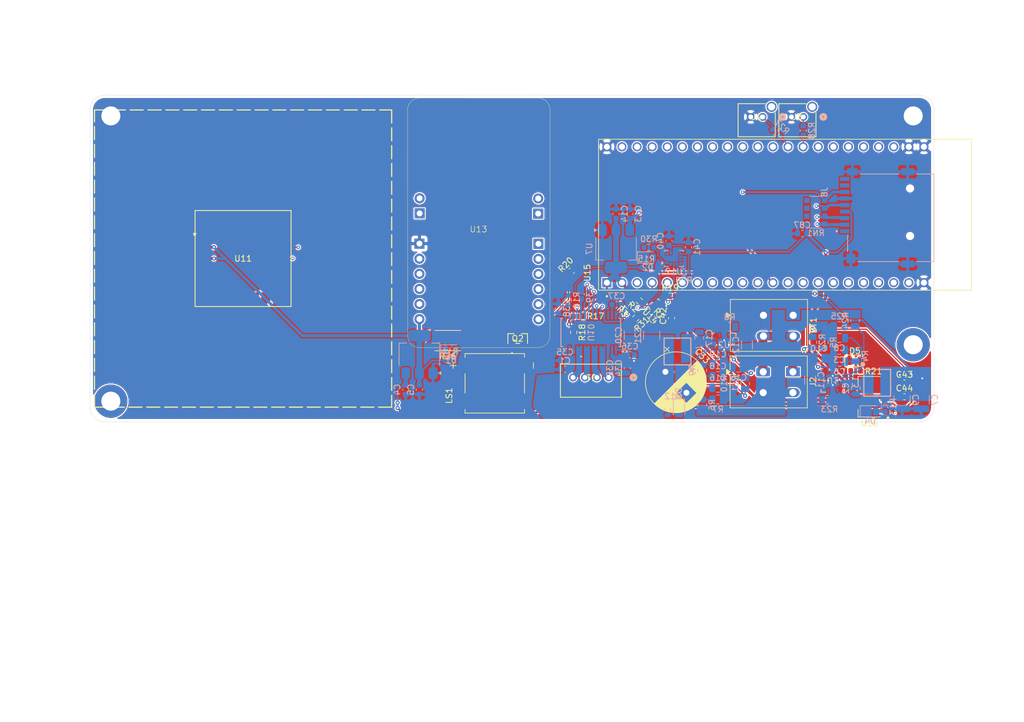
<source format=kicad_pcb>
(kicad_pcb (version 20241229) (generator "pcbnew") (generator_version "9.0")
  (layers (0 "F.Cu" signal) (4 "In1.Cu" signal) (6 "In2.Cu" signal) (2 "B.Cu" signal) (13 "F.Paste" user) (15 "B.Paste" user) (5 "F.SilkS" user "F.Silkscreen") (7 "B.SilkS" user "B.Silkscreen") (1 "F.Mask" user) (3 "B.Mask" user) (25 "Edge.Cuts" user))
  (net 0 "")
  (net 1 "SCL")
  (net 2 "SDA")
  (net 3 "SCK3")
  (net 4 "Net-(U10-VCP)")
  (net 5 "CS3")
  (net 6 "Net-(U10-CPL)")
  (net 7 "Net-(U10-CPH)")
  (net 8 "DO3")
  (net 9 "Net-(C2-Pad1)")
  (net 10 "Net-(U10-DVDD)")
  (net 11 "Net-(U1-BOOT)")
  (net 12 "Net-(D5-A)")
  (net 13 "Net-(U10-NFAULT)")
  (net 14 "DI3")
  (net 15 "Net-(U10-VREF)")
  (net 26 "+3.3V")
  (net 27 "RX")
  (net 28 "TX")
  (net 29 "B2")
  (net 30 "B1")
  (net 31 "A2")
  (net 32 "A1")
  (net 33 "DIR")
  (net 34 "STEP")
  (net 40 "CS2")
  (net 43 "DO2")
  (net 45 "DI2")
  (net 46 "SCK2")
  (net 52 "CS3_S")
  (net 56 "Net-(J3-Pad1)")
  (net 57 "+12V")
  (net 59 "Net-(C3-Pad2)")
  (net 60 "Net-(U1-COMP)")
  (net 61 "Net-(U1-SS_TR)")
  (net 62 "Net-(U2-SS_TR)")
  (net 63 "Net-(C17-Pad1)")
  (net 64 "Net-(U2-BOOT)")
  (net 65 "Net-(C18-Pad2)")
  (net 66 "Net-(U2-COMP)")
  (net 67 "Net-(U1-VSENSE)")
  (net 68 "Net-(U2-EN)")
  (net 69 "Net-(D1-A)")
  (net 70 "Net-(D2-A)")
  (net 71 "Net-(D3-A)")
  (net 72 "Net-(D4-A)")
  (net 87 "Net-(BT1--)")
  (net 88 "ENABLE_STP")
  (net 89 "Net-(U2-RT_CLK)")
  (net 90 "Net-(U2-VSENSE)")
  (net 91 "Net-(U1-RT_CLK)")
  (net 92 "Net-(U1-EN)")
  (net 95 "GND")
  (net 96 "+BATT")
  (net 97 "Net-(LS1-PadLOAD+)")
  (net 98 "Buzzer_Logic")
  (net 99 "Net-(J4-Pad1)")
  (net 101 "Net-(U12-CS)")
  (net 102 "Net-(U12-SDO{slash}SA0)")
  (net 103 "SWITCH_1")
  (net 104 "SWITCH_2")
  (net 105 "Net-(U14-~{CS})")
  (net 106 "Net-(Q2-D)")
  (net 107 "Net-(Q2-G)")
  (net 108 "Net-(U14-SA0)")
  (net 109 "IMU_INT_2")
  (net 110 "IMU_INT_1")
  (net 111 "PS_INT")
  (footprint "MountingHole:MountingHole_3.2mm_M3_DIN965_Pad_TopBottom" (layer "F.Cu") (at 64 53.5)
    (property "Reference" "REF**" (hide yes))
    (property "Value" "MountingHole_3.2mm_M3_DIN965_Pad_TopBottom")
  )
  (footprint "SMT-1027-S-HT-2-R:XDCR_SMT-1027-S-HT-2-R" (layer "F.Cu") (at 128.6 98.5 90)
    (property "Reference" "LS1")
    (property "Value" "SMT-1027-S-HT-2-R")
  )
  (footprint "MountingHole:MountingHole_3.2mm_M3_DIN965_Pad_TopBottom" (layer "F.Cu") (at 64 101.5)
    (property "Reference" "REF**" (hide yes))
    (property "Value" "MountingHole_3.2mm_M3_DIN965_Pad_TopBottom")
  )
  (footprint "SAM_M10Q_UBL:SAM-M10Q_UBL" (layer "F.Cu") (at 86.25 77.5)
    (property "Reference" "U11")
    (property "Value" "SAM-M10Q-00B")
  )
  (footprint "Resistor_SMD:R_2512_6332Metric" (layer "F.Cu") (at 120.6875 91.3 180)
    (property "Reference" "R26")
    (property "Value" "20 Ohm")
  )
  (footprint "HC-12_ARC-link:HC-12 ARC-link" (layer "F.Cu") (at 125.86 73.075)
    (property "Reference" "U13")
    (property "Value" "~")
  )
  (footprint "Capacitor_SMD:C_0603_1608Metric" (layer "F.Cu") (at 141.548008 79.551992 45)
    (property "Reference" "R20")
    (property "Value" "1 kOhm")
  )
  (footprint "Capacitor_THT:CP_Radial_D10.0mm_P5.00mm" (layer "F.Cu") (at 157.307233 96.553546 -45)
    (property "Reference" "C33")
    (property "Value" "100 uF")
  )
  (footprint "LED_SMD:LED_0805_2012Metric" (layer "F.Cu") (at 189.187501 94.704963)
    (property "Reference" "D5")
    (property "Value" "GREEN LED")
  )
  (footprint "Resistor_SMD:R_0603_1608Metric" (layer "F.Cu") (at 152.933363 84.633363 135)
    (property "Reference" "R2")
    (property "Value" "4.7 kOhm")
  )
  (footprint "Resistor_SMD:R_0603_1608Metric" (layer "F.Cu") (at 155.233363 87.783363 -45)
    (property "Reference" "R1")
    (property "Value" "10 kOhm")
  )
  (footprint "Capacitor_SMD:C_0603_1608Metric" (layer "F.Cu") (at 197.524999 100.754961)
    (property "Reference" "C44")
    (property "Value" "4.7 uF")
  )
  (footprint "MountingHole:MountingHole_3.2mm_M3_DIN965_Pad_TopBottom" (layer "F.Cu") (at 199 92)
    (property "Reference" "REF**" (hide yes))
    (property "Value" "MountingHole_3.2mm_M3_DIN965_Pad_TopBottom")
  )
  (footprint "Package_TO_SOT_SMD:SOT-223-3_TabPin2" (layer "F.Cu") (at 191.624999 100.742461 180)
    (property "Reference" "U16")
    (property "Value" "LD1117S33TR_SOT223")
  )
  (footprint "Capacitor_SMD:C_0603_1608Metric" (layer "F.Cu") (at 158.35 87.525 90)
    (property "Reference" "C42")
    (property "Value" "100 nF")
  )
  (footprint "Resistor_SMD:R_0603_1608Metric" (layer "F.Cu") (at 142.65 87.225 180)
    (property "Reference" "R17")
    (property "Value" "REF")
  )
  (footprint "TerminalBlock_WAGO:TerminalBlock_WAGO_2601-3102_1x02_P3.50mm_Vertical" (layer "F.Cu") (at 173.7575 96.56 -90)
    (property "Reference" "J2")
    (property "Value" "Conn_02x01")
  )
  (footprint "Capacitor_SMD:C_0603_1608Metric" (layer "F.Cu") (at 197.524999 98.454959)
    (property "Reference" "C43")
    (property "Value" "1 uF")
  )
  (footprint "GSFC0201:SOT-23_GSFC0201_GAS" (layer "F.Cu") (at 132.45 90.9652)
    (property "Reference" "Q2")
    (property "Value" "NMOS")
  )
  (footprint "Resistor_SMD:R_0603_1608Metric" (layer "F.Cu") (at 158.125 83.85)
    (property "Reference" "R19")
    (property "Value" "4.7 kOhm")
  )
  (footprint "TerminalBlock_WAGO:TerminalBlock_WAGO_2601-3102_1x02_P3.50mm_Vertical" (layer "F.Cu") (at 173.8 87.05 -90)
    (property "Reference" "BT1")
    (property "Value" "Battery")
  )
  (footprint "ESP32_N8R*:ESP32-S3-DEVKITC-1-N8R8" (layer "F.Cu") (at 177.43 70.13 90)
    (property "Reference" "U15")
    (property "Value" "ESP32-S3-DEVKITC-1-N8R8")
  )
  (footprint "B02B-PASK-1:CONN_B02B-PASK-1_JST" (layer "F.Cu") (at 180.51275 53.67115)
    (property "Reference" "J3")
    (property "Value" "B02B-PASK-1")
  )
  (footprint "Resistor_SMD:R_0603_1608Metric" (layer "F.Cu") (at 189.3 96.404958 180)
    (property "Reference" "R21")
    (property "Value" "120 Ohm")
  )
  (footprint "Resistor_SMD:R_0603_1608Metric" (layer "F.Cu") (at 151.091637 85.391637 135)
    (property "Reference" "R3")
    (property "Value" "10k")
  )
  (footprint "B04B-PASK:CONN_B04B-PASK_JST" (layer "F.Cu") (at 147.768099 97.504299 180)
    (property "Reference" "J1")
    (property "Value" "Conn_01x04_Pin")
  )
  (footprint "MountingHole:MountingHole_3.2mm_M3_DIN965_Pad_TopBottom" (layer "F.Cu") (at 199 53.5)
    (property "Reference" "REF**" (hide yes))
    (property "Value" "MountingHole_3.2mm_M3_DIN965_Pad_TopBottom")
  )
  (footprint "B02B-PASK-1:CONN_B02B-PASK-1_JST" (layer "F.Cu") (at 173.66275 53.67115)
    (property "Reference" "J4")
    (property "Value" "B02B-PASK-1")
  )
  (footprint "Resistor_SMD:R_0603_1608Metric" (layer "F.Cu") (at 152.316637 87.533363 -135)
    (property "Reference" "R31")
    (property "Value" "10 kOhm")
  )
  (footprint "Resistor_SMD:R_0603_1608Metric" (layer "F.Cu") (at 141.875002 89.9295 -90)
    (property "Reference" "R18")
    (property "Value" "REF")
  )
  (footprint "Package_LGA:ST_HLGA-10_2x2mm_P0.5mm_LayoutBorder3x2y" (layer "F.Cu") (at 156.072499 85.824999 -135)
    (property "Reference" "U14")
    (property "Value" "LPS22HH")
  )
  (footprint "Resistor_SMD:R_Array_Convex_4x1206" (layer "B.Cu") (at 182.6 69.7)
    (property "Reference" "RN1")
    (property "Value" "CAY16-4702F4LF")
  )
  (footprint "Capacitor_SMD:C_0805_2012Metric" (layer "B.Cu") (at 183.130794 94.304958 180)
    (property "Reference" "C10")
    (property "Value" "4.7 uF")
  )
  (footprint "Capacitor_SMD:C_1210_3225Metric" (layer "B.Cu") (at 154.998396 90.407193 -90)
    (property "Reference" "C21")
    (property "Value" "47.0 uF")
  )
  (footprint "Capacitor_SMD:C_0603_1608Metric" (layer "B.Cu") (at 140.4 96.141998 180)
    (property "Reference" "C1")
    (property "Value" "0.01 uF")
  )
  (footprint "Resistor_SMD:R_0805_2012Metric" (layer "B.Cu") (at 183.93079 91.61746 90)
    (property "Reference" "R5")
    (property "Value" "10.0 kOhm")
  )
  (footprint "Resistor_SMD:R_0805_2012Metric" (layer "B.Cu") (at 168.823396 98.544694 -90)
    (property "Reference" "R10")
    (property "Value" "10.0 kOhm")
  )
  (footprint "Resistor_SMD:R_0805_2012Metric" (layer "B.Cu") (at 189.230791 87.942458 -90)
    (property "Reference" "R24")
    (property "Value" "105.0 kOhm")
  )
  (footprint "LED_SMD:LED_0805_2012Metric" (layer "B.Cu") (at 121.212501 92.975)
    (property "Reference" "D1")
    (property "Value" "GREEN LED")
  )
  (footprint "Capacitor_SMD:C_0603_1608Metric" (layer "B.Cu") (at 180.325 73.3 180)
    (property "Reference" "C87")
    (property "Value" "1uF")
  )
  (footprint "74439324015:WE-XHMI_4030" (layer "B.Cu") (at 192.943292 98.404959 -90)
    (property "Reference" "L3")
    (property "Value" "1.5 uH")
  )
  (footprint "Capacitor_SMD:C_0603_1608Metric" (layer "B.Cu") (at 139.274999 85.892 90)
    (property "Reference" "C38")
    (property "Value" "1 uF")
  )
  (footprint "Resistor_SMD:R_0603_1608Metric" (layer "B.Cu") (at 157.63934 102.973226 90)
    (property "Reference" "R12")
    (property "Value" "1 kOhm")
  )
  (footprint "Resistor_SMD:R_0603_1608Metric" (layer "B.Cu") (at 121.025 94.65 180)
    (property "Reference" "R14")
    (property "Value" "120 Ohm")
  )
  (footprint "Capacitor_SMD:C_0805_2012Metric" (layer "B.Cu") (at 186.581664 90.867419)
    (property "Reference" "C8")
    (property "Value" "2.2 nF")
  )
  (footprint "Resistor_SMD:R_0805_2012Metric" (layer "B.Cu") (at 168.135896 88.982194 180)
    (property "Reference" "R8")
    (property "Value" "28.7 kOhm")
  )
  (footprint "Resistor_SMD:R_0603_1608Metric" (layer "B.Cu") (at 154.1 79 180)
    (property "Reference" "R15")
    (property "Value" "120 Ohm")
  )
  (footprint "RHL0014A:RHL0014A" (layer "B.Cu") (at 167.198314 92.032111 180)
    (property "Reference" "U2")
    (property "Value" "TPS54622RHLR")
  )
  (footprint "Capacitor_SMD:C_0805_2012Metric" (layer "B.Cu") (at 186.568331 94.867417)
    (property "Reference" "C6")
    (property "Value" "47.0 pF")
  )
  (footprint "Capacitor_SMD:C_1210_3225Metric" (layer "B.Cu") (at 197.130631 101.285036 90)
    (property "Reference" "C9")
    (property "Value" "47.0 uF")
  )
  (footprint "Capacitor_SMD:C_0603_1608Metric" (layer "B.Cu") (at 149 69.975 90)
    (property "Reference" "C14")
    (property "Value" "4.7 uF")
  )
  (footprint "DRV8434SPWPR:PWP0028M_TEX" (layer "B.Cu") (at 144.75 89.946 90)
    (property "Reference" "U10")
    (property "Value" "DRV8452SPWPR")
  )
  (footprint "Capacitor_SMD:C_0603_1608Metric" (layer "B.Cu") (at 149.1 85.242 180)
    (property "Reference" "C37")
    (property "Value" "0.1 uF")
  )
  (footprint "Capacitor_SMD:C_0603_1608Metric" (layer "B.Cu") (at 157.9 74.525 -90)
    (property "Reference" "C40")
    (property "Value" "100 nF")
  )
  (footprint "Resistor_SMD:R_0603_1608Metric" (layer "B.Cu") (at 140.949999 84.516997 90)
    (property "Reference" "R16")
    (property "Value" "10k")
  )
  (footprint "Capacitor_SMD:C_0603_1608Metric" (layer "B.Cu") (at 150.9 95.95 -90)
    (property "Reference" "C34")
    (property "Value" "0.01 uF")
  )
  (footprint "Capacitor_SMD:C_0603_1608Metric" (layer "B.Cu") (at 143.150004 83.5045 90)
    (property "Reference" "C39")
    (property "Value" "0.1 uF")
  )
  (footprint "Capacitor_SMD:C_1210_3225Metric" (layer "B.Cu") (at 200.330793 101.279954 90)
    (property "Reference" "C7")
    (property "Value" "47.0 uF")
  )
  (footprint "Capacitor_SMD:C_1206_3216Metric" (layer "B.Cu") (at 171.023398 92.032191 -90)
    (property "Reference" "C12")
    (property "Value" "4.7 uF")
  )
  (footprint "Capacitor_SMD:C_0805_2012Metric" (layer "B.Cu") (at 166.148397 97.282193 180)
    (property "Reference" "C18")
    (property "Value" "1.5 nF")
  )
  (footprint "RHL0014A:RHL0014A" (layer "B.Cu") (at 185.455789 98.004959)
    (property "Reference" "U1")
    (property "Value" "TPS54622RHLR")
  )
  (footprint "Capacitor_SMD:C_0805_2012Metric" (layer "B.Cu") (at 186.574999 92.86742)
    (property "Reference" "C3")
    (property "Value" "1.5 nF")
  )
  (footprint "Resistor_SMD:R_0603_1608Metric" (layer "B.Cu") (at 194.2 102.4 90)
    (property "Reference" "R13")
    (property "Value" "1 kOhm")
  )
  (footprint "LED_SMD:LED_0805_2012Metric" (layer "B.Cu") (at 159.6 102.787501 -90)
    (property "Reference" "D3")
    (property "Value" "GREEN LED")
  )
  (footprint "Capacitor_SMD:C_0603_1608Metric" (layer "B.Cu") (at 151.3 69.975 90)
    (property "Reference" "C13")
    (property "Value" "1 uF")
  )
  (footprint "Capacitor_SMD:C_0805_2012Metric" (layer "B.Cu") (at 162.998397 90.832192 90)
    (property "Reference" "C17")
    (property "Value" "100 nF")
  )
  (footprint "Capacitor_SMD:C_0603_1608Metric" (layer "B.Cu") (at 161.2 75.575 90)
    (property "Reference" "C41")
    (property "Value" "100 nF")
  )
  (footprint "Capacitor_SMD:C_0603_1608Metric" (layer "B.Cu") (at 151.325 93.7 180)
    (property "Reference" "C36")
    (property "Value" "1 uF")
  )
  (footprint "Resistor_SMD:R_0805_2012Metric" (layer "B.Cu") (at 184.543291 101.254958)
    (property "Reference" "R23")
    (property "Value" "28.7 kOhm")
  )
  (footprint "Capacitor_SMD:C_1206_3216Metric" (layer "B.Cu") (at 181.648395 97.957195 90)
    (property "Reference" "C11")
    (property "Value" "4.7 uF")
  )
  (footprint "Package_TO_SOT_SMD:SOT-223-3_TabPin2" (layer "B.Cu") (at 149 75.850001 -90)
    (property "Reference" "U7")
    (property "Value" "LD1117S33TR_SOT223")
  )
  (footprint "Resistor_SMD:R_0805_2012Metric" (layer "B.Cu") (at 186.568331 88.867418 180)
    (property "Reference" "R25")
    (property "Value" "37.4 kOhm")
  )
  (footprint "Capacitor_SMD:C_0603_1608Metric" (layer "B.Cu") (at 115.909987 99.56 -90)
    (property "Reference" "C5")
    (property "Value" "4.7 uF")
  )
  (footprint "MSD-4-A:CUI_MSD-4-A" (layer "B.Cu") (at 195.215062 70.649353 -90)
    (property "Reference" "J8")
    (property "Value" "MSD-4-A")
  )
  (footprint "Capacitor_SMD:C_0603_1608Metric" (layer "B.Cu") (at 175.901992 56.351992 135)
    (property "Reference" "R27")
    (property "Value" "3.3 kOhm")
  )
  (footprint "Resistor_SMD:R_0805_2012Metric" (layer "B.Cu") (at 170.723399 98.544692 -90)
    (property "Reference" "R11")
    (property "Value" "191.0 kOhm")
  )
  (footprint "Capacitor_SMD:C_0603_1608Metric" (layer "B.Cu") (at 113.609987 99.56 -90)
    (property "Reference" "C4")
    (property "Value" "1 uF")
  )
  (footprint "Resistor_SMD:R_0805_2012Metric" (layer "B.Cu") (at 182.030791 91.592459 90)
    (property "Reference" "R22")
    (property "Value" "191.0 kOhm")
  )
  (footprint "Capacitor_SMD:C_0603_1608Metric" (layer "B.Cu") (at 180.5 55.975 90)
    (property "Reference" "R28")
    (property "Value" "3.3 kOhm")
  )
  (footprint "Resistor_SMD:R_0805_2012Metric" (layer "B.Cu") (at 163.498398 102.119694 90)
    (property "Reference" "R6")
    (property "Value" "105.0 kOhm")
  )
  (footprint "Capacitor_SMD:C_1210_3225Metric" (layer "B.Cu") (at 151.748396 90.407193 -90)
    (property "Reference" "C20")
    (property "Value" "47.0 uF")
  )
  (footprint "Capacitor_SMD:C_0603_1608Metric" (layer "B.Cu") (at 140.399998 94.667 180)
    (property "Reference" "C35")
    (property "Value" "0.01 uF")
  )
  (footprint "Package_TO_SOT_SMD:SOT-223-3_TabPin2" (layer "B.Cu") (at 115.909987 93.635 90)
    (property "Reference" "U6")
    (property "Value" "LD1117S33TR_SOT223")
  )
  (footprint "Resistor_SMD:R_0603_1608Metric" (layer "B.Cu") (at 154.525 75.65 180)
    (property "Reference" "R30")
    (property "Value" "10 kOhm")
  )
  (footprint "Resistor_SMD:R_0805_2012Metric" (layer "B.Cu") (at 166.135896 101.207192)
    (property "Reference" "R7")
    (property "Value" "37.4 kOhm")
  )
  (footprint "Capacitor_SMD:C_0603_1608Metric" (layer "B.Cu") (at 149.400001 95.949999 -90)
    (property "Reference" "C32")
    (property "Value" "0.01 uF")
  )
  (footprint "LED_SMD:LED_0805_2012Metric" (layer "B.Cu") (at 191.762501 103.225)
    (property "Reference" "D4")
    (property "Value" "GREEN LED")
  )
  (footprint "Capacitor_SMD:C_0805_2012Metric" (layer "B.Cu") (at 169.573396 95.857191)
    (property "Reference" "C15")
    (property "Value" "4.7 uF")
  )
  (footprint "LED_SMD:LED_0805_2012Metric" (layer "B.Cu") (at 154.312499 77.325)
    (property "Reference" "D2")
    (property "Value" "GREEN LED")
  )
  (footprint "Package_LGA:LGA-14_3x2.5mm_P0.5mm_LayoutBorder3x4y" (layer "B.Cu") (at 158.7275 77.5)
    (property "Reference" "U12")
    (property "Value" "LSM6DS3")
  )
  (footprint "Capacitor_SMD:C_0805_2012Metric" (layer "B.Cu") (at 189.330792 99.354956 -90)
    (property "Reference" "C2")
    (property "Value" "100 nF")
  )
  (footprint "Resistor_SMD:R_0603_1608Metric" (layer "B.Cu") (at 160.425 79.75)
    (property "Reference" "R29")
    (property "Value" "10 kOhm")
  )
  (footprint "Capacitor_SMD:C_0805_2012Metric" (layer "B.Cu") (at 166.148396 95.282191 180)
    (property "Reference" "C19")
    (property "Value" "47.0 pF")
  )
  (footprint "Resistor_SMD:R_0805_2012Metric" (layer "B.Cu") (at 189.28079 93.892456 90)
    (property "Reference" "R4")
    (property "Value" "9.76 kOhm")
  )
  (footprint "Capacitor_SMD:C_0805_2012Metric" (layer "B.Cu") (at 166.148398 99.257191 180)
    (property "Reference" "C16")
    (property "Value" "2.2 nF")
  )
  (footprint "74439324015:WE-XHMI_4030" (layer "B.Cu") (at 159.335897 93.132194 90)
    (property "Reference" "L1")
    (property "Value" "1.5 uH")
  )
  (footprint "Resistor_SMD:R_0805_2012Metric" (layer "B.Cu") (at 163.498398 96.294694 -90)
    (property "Reference" "R9")
    (property "Value" "9.76 kOhm")
  )
  (gr_rect (start 61.25 52.5) (end 111.25 102.5) (stroke (width 0.2) (type dash)) (fill no) (layer "F.SilkS"))
  (gr_line (start 202.5 52.5) (end 202.5 102.5) (stroke (width 0.05)) (layer "Edge.Cuts"))
  (gr_arc (start 63 105) (mid 61.232233 104.267767) (end 60.5 102.5) (stroke (width 0.05)) (layer "Edge.Cuts"))
  (gr_arc (start 60.5 52.5) (mid 61.232233 50.732233) (end 63 50) (stroke (width 0.05)) (layer "Edge.Cuts"))
  (gr_arc (start 200 50) (mid 201.767767 50.732233) (end 202.5 52.5) (stroke (width 0.05)) (layer "Edge.Cuts"))
  (gr_line (start 60.5 102.5) (end 60.5 52.5) (stroke (width 0.05)) (layer "Edge.Cuts"))
  (gr_line (start 63 50) (end 200 50) (stroke (width 0.05)) (layer "Edge.Cuts"))
  (gr_line (start 200 105) (end 63 105) (stroke (width 0.05)) (layer "Edge.Cuts"))
  (gr_arc (start 202.5 102.5) (mid 201.767767 104.267767) (end 200 105) (stroke (width 0.05)) (layer "Edge.Cuts"))
  (segment (start 157.3 84.243944) (end 156.434891 85.109053) (width 0.2) (layer "F.Cu") (net 1))
  (segment (start 157.62 81.56) (end 157.3 81.88) (width 0.2) (layer "F.Cu") (net 1))
  (segment (start 157.3 84.35) (end 157.3 83.85) (width 0.2) (layer "F.Cu") (net 1))
  (segment (start 157.75 84.8) (end 157.3 84.35) (width 0.2) (layer "F.Cu") (net 1))
  (segment (start 157.3 81.88) (end 157.3 84.243944) (width 0.2) (layer "F.Cu") (net 1))
  (via (at 157.75 84.8) (size 0.6) (drill 0.3) (layers "F.Cu" "B.Cu") (net 1))
  (segment (start 158.7275 78.4125) (end 158.7275 83.8225) (width 0.2) (layer "B.Cu") (net 1))
  (segment (start 158.7275 83.8225) (end 157.75 84.8) (width 0.2) (layer "B.Cu") (net 1))
  (segment (start 153.7 85.4) (end 154.74953 85.4) (width 0.2) (layer "F.Cu") (net 2))
  (segment (start 155.08 83.653452) (end 155.08 81.56) (width 0.2) (layer "F.Cu") (net 2))
  (segment (start 155.295901 85.138909) (end 155.488076 85.331084) (width 0.2) (layer "F.Cu") (net 2))
  (segment (start 154.74953 85.4) (end 155.010621 85.138909) (width 0.2) (layer "F.Cu") (net 2))
  (segment (start 152.735804 85.833436) (end 152.916564 85.833436) (width 0.2) (layer "F.Cu") (net 2))
  (segment (start 153.516726 85.216726) (end 153.7 85.4) (width 0.2) (layer "F.Cu") (net 2))
  (segment (start 153.516726 85.216726) (end 155.08 83.653452) (width 0.2) (layer "F.Cu") (net 2))
  (segment (start 152.916564 85.833436) (end 153.516726 85.233274) (width 0.2) (layer "F.Cu") (net 2))
  (segment (start 155.010621 85.138909) (end 155.295901 85.138909) (width 0.2) (layer "F.Cu") (net 2))
  (segment (start 155.488076 85.331084) (end 155.53333 85.28583) (width 0.2) (layer "F.Cu") (net 2))
  (segment (start 153.516726 85.233274) (end 153.516726 85.216726) (width 0.2) (layer "F.Cu") (net 2))
  (via (at 152.735804 85.833436) (size 0.6) (drill 0.3) (layers "F.Cu" "B.Cu") (net 2))
  (segment (start 152.735804 85.833436) (end 153.866564 85.833436) (width 0.2) (layer "B.Cu") (net 2))
  (segment (start 156.35 83.35) (end 156.35 80.290001) (width 0.2) (layer "B.Cu") (net 2))
  (segment (start 156.35 80.290001) (end 158.227501 78.4125) (width 0.2) (layer "B.Cu") (net 2))
  (segment (start 153.866564 85.833436) (end 156.35 83.35) (width 0.2) (layer "B.Cu") (net 2))
  (via (at 182.7 68.675) (size 0.6) (drill 0.3) (layers "F.Cu" "B.Cu") (net 3))
  (via (at 145.3 83.075) (size 0.6) (drill 0.3) (layers "F.Cu" "B.Cu") (net 3))
  (segment (start 145.3 83.178328) (end 145.289164 83.189164) (width 0.3) (layer "B.Cu") (net 3))
  (segment (start 145.074005 84.734846) (end 145.074003 85.274155) (width 0.3) (layer "B.Cu") (net 3))
  (segment (start 145.074003 85.274155) (end 145.075002 85.275154) (width 0.3) (layer "B.Cu") (net 3))
  (segment (start 184.888147 68.499353) (end 187.465062 68.499353) (width 0.5) (layer "B.Cu") (net 3))
  (segment (start 145.289164 83.189164) (end 145.289164 84.519687) (width 0.3) (layer "B.Cu") (net 3))
  (segment (start 145.075002 85.275154) (end 145.075002 87.025) (width 0.3) (layer "B.Cu") (net 3))
  (segment (start 145.3 83.075) (end 145.3 83.178328) (width 0.3) (layer "B.Cu") (net 3))
  (segment (start 182.7 68.675) (end 183.735 68.675) (width 0.3) (layer "B.Cu") (net 3))
  (segment (start 184.3475 69.04) (end 184.888147 68.499353) (width 0.5) (layer "B.Cu") (net 3))
  (segment (start 183.735 68.675) (end 184.1 69.04) (width 0.3) (layer "B.Cu") (net 3))
  (segment (start 184.1 69.04) (end 184.3475 69.04) (width 0.5) (layer "B.Cu") (net 3))
  (segment (start 145.289164 84.519687) (end 145.074005 84.734846) (width 0.3) (layer "B.Cu") (net 3))
  (segment (start 148.975002 92.867001) (end 149.574999 92.867001) (width 0.3) (layer "B.Cu") (net 4))
  (segment (start 151.267001 92.867001) (end 149.574999 92.867001) (width 0.3) (layer "B.Cu") (net 4))
  (segment (start 152.1 93.7) (end 151.267001 92.867001) (width 0.3) (layer "B.Cu") (net 4))
  (via (at 182.85 71.7) (size 0.6) (drill 0.3) (layers "F.Cu" "B.Cu") (net 5))
  (segment (start 187.465062 71.799353) (end 184.199353 71.799353) (width 0.5) (layer "B.Cu") (net 5))
  (segment (start 184.1 71.7) (end 182.85 71.7) (width 0.5) (layer "B.Cu") (net 5))
  (segment (start 184.199353 71.799353) (end 184.1 71.7) (width 0.5) (layer "B.Cu") (net 5))
  (segment (start 148.324999 87.025) (end 148.324999 85.242) (width 0.3) (layer "B.Cu") (net 6))
  (segment (start 149.874999 86.125001) (end 148.975 87.025) (width 0.3) (layer "B.Cu") (net 7))
  (segment (start 149.874999 85.242) (end 149.874999 86.125001) (width 0.3) (layer "B.Cu") (net 7))
  (via (at 144.150003 81.854501) (size 0.6) (drill 0.3) (layers "F.Cu" "B.Cu") (net 8))
  (via (at 170.3 66.325) (size 0.6) (drill 0.3) (layers "F.Cu" "B.Cu") (net 8))
  (segment (start 144.150003 81.854501) (end 144.000003 82.004501) (width 0.3) (layer "B.Cu") (net 8))
  (segment (start 185.500647 66.299353) (end 187.465062 66.299353) (width 0.5) (layer "B.Cu") (net 8))
  (segment (start 144.000003 84.725322) (end 143.675002 85.050323) (width 0.3) (layer "B.Cu") (net 8))
  (segment (start 184.1 67.7) (end 185.500647 66.299353) (width 0.5) (layer "B.Cu") (net 8))
  (segment (start 182.725 66.325) (end 170.3 66.325) (width 0.3) (layer "B.Cu") (net 8))
  (segment (start 143.675002 85.050323) (end 143.675004 86.924999) (width 0.3) (layer "B.Cu") (net 8))
  (segment (start 143.675004 86.924999) (end 143.775003 87.025) (width 0.3) (layer "B.Cu") (net 8))
  (segment (start 184.1 67.7) (end 182.725 66.325) (width 0.3) (layer "B.Cu") (net 8))
  (segment (start 144.000003 82.004501) (end 144.000003 84.725322) (width 0.3) (layer "B.Cu") (net 8))
  (segment (start 140.949999 83.692) (end 140.124 84.517999) (width 0.3) (layer "B.Cu") (net 10))
  (segment (start 140.124 85.818) (end 139.275 86.666999) (width 0.3) (layer "B.Cu") (net 10))
  (segment (start 139.632999 87.024998) (end 139.275 86.666999) (width 0.3) (layer "B.Cu") (net 10))
  (segment (start 140.525001 87.025) (end 139.632999 87.024998) (width 0.3) (layer "B.Cu") (net 10))
  (segment (start 140.124 84.517999) (end 140.124 85.818) (width 0.3) (layer "B.Cu") (net 10))
  (segment (start 189.330791 100.304957) (end 188.40587 100.304957) (width 0.2) (layer "B.Cu") (net 11))
  (segment (start 188.40587 100.304957) (end 187.105788 99.004878) (width 0.2) (layer "B.Cu") (net 11))
  (segment (start 190.125 96.404958) (end 190.125 94.704965) (width 0.5) (layer "F.Cu") (net 12))
  (segment (start 190.125 94.704965) (end 190.125002 94.704963) (width 0.5) (layer "F.Cu") (net 12))
  (segment (start 141.175002 87.025) (end 141.175004 85.567001) (width 0.3) (layer "B.Cu") (net 13))
  (segment (start 141.175004 85.567001) (end 140.949999 85.341999) (width 0.3) (layer "B.Cu") (net 13))
  (via (at 182.825 70.525) (size 0.6) (drill 0.3) (layers "F.Cu" "B.Cu") (net 14))
  (via (at 144.775 82.4) (size 0.6) (drill 0.3) (layers "F.Cu" "B.Cu") (net 14))
  (segment (start 187.465062 70.699353) (end 187.365709 70.6) (width 0.5) (layer "B.Cu") (net 14))
  (segment (start 144.424999 85.008847) (end 144.425001 87.025) (width 0.3) (layer "B.Cu") (net 14))
  (segment (start 182.825 70.525) (end 183.935 70.525) (width 0.3) (layer "B.Cu") (net 14))
  (segment (start 187.365709 70.6) (end 184.34 70.6) (width 0.5) (layer "B.Cu") (net 14))
  (segment (start 144.501003 84.932843) (end 144.424999 85.008847) (width 0.3) (layer "B.Cu") (net 14))
  (segment (start 144.775 82.604504) (end 144.501003 82.878501) (width 0.3) (layer "B.Cu") (net 14))
  (segment (start 184.34 70.6) (end 184.1 70.36) (width 0.5) (layer "B.Cu") (net 14))
  (segment (start 183.935 70.525) (end 184.1 70.36) (width 0.3) (layer "B.Cu") (net 14))
  (segment (start 144.501003 82.878501) (end 144.501003 84.932843) (width 0.3) (layer "B.Cu") (net 14))
  (segment (start 144.775 82.4) (end 144.775 82.604504) (width 0.3) (layer "B.Cu") (net 14))
  (segment (start 141.075 87.975) (end 141.825 87.225) (width 0.3) (layer "F.Cu") (net 15))
  (segment (start 141.075 88.55) (end 141.075 87.975) (width 0.3) (layer "F.Cu") (net 15))
  (segment (start 141.875002 89.1045) (end 141.6295 89.1045) (width 0.3) (layer "F.Cu") (net 15))
  (segment (start 141.6295 89.1045) (end 141.075 88.55) (width 0.3) (layer "F.Cu") (net 15))
  (via (at 141.075 88.55) (size 0.7) (drill 0.3) (layers "F.Cu" "B.Cu") (net 15))
  (segment (start 141.825002 87.025) (end 141.825002 87.799998) (width 0.3) (layer "B.Cu") (net 15))
  (segment (start 141.825002 87.799998) (end 141.075 88.55) (width 0.3) (layer "B.Cu") (net 15))
  (segment (start 172.8 101.3) (end 159.434562 87.934562) (width 0.5) (layer "F.Cu") (net 26))
  (segment (start 143.475 86.804346) (end 143.475 87.225) (width 0.3) (layer "F.Cu") (net 26))
  (segment (start 188.475 96.404958) (end 188.475 100.742461) (width 0.5) (layer "F.Cu") (net 26))
  (segment (start 187.917461 101.3) (end 172.8 101.3) (width 0.5) (layer "F.Cu") (net 26))
  (segment (start 159.434562 86.55) (end 158.95 86.065438) (width 0.5) (layer "F.Cu") (net 26))
  (segment (start 158.125 86.55) (end 157.283452 86.55) (width 0.2) (layer "F.Cu") (net 26))
  (segment (start 150 81.560001) (end 150 81.7) (width 1) (layer "F.Cu") (net 26))
  (segment (start 147.46 82.819346) (end 143.475 86.804346) (width 0.3) (layer "F.Cu") (net 26))
  (segment (start 194.787496 100.754961) (end 196.75 100.754958) (width 0.75) (layer "F.Cu") (net 26))
  (segment (start 159.434562 87.934562) (end 159.434562 86.55) (width 0.5) (layer "F.Cu") (net 26))
  (segment (start 184.275 84.2) (end 181.22979 87.24521) (width 0.5) (layer "F.Cu") (net 26))
  (segment (start 159.434562 86.55) (end 158.125 86.55) (width 0.5) (layer "F.Cu") (net 26))
  (segment (start 150 81.7) (end 152.35 84.05) (width 0.5) (layer "F.Cu") (net 26))
  (segment (start 184.275 76.475) (end 184.275 84.2) (width 0.5) (layer "F.Cu") (net 26))
  (segment (start 115.92 87.69) (end 115.92 89.495) (width 0.5) (layer "F.Cu") (net 26))
  (segment (start 150.224 87.098943) (end 151.241783 88.116726) (width 0.2) (layer "F.Cu") (net 26))
  (segment (start 157.037607 85.462607) (end 157.585615 86.010615) (width 0.2) (layer "F.Cu") (net 26))
  (segment (start 156.788445 85.462607) (end 157.037607 85.462607) (width 0.2) (layer "F.Cu") (net 26))
  (segment (start 147.46 81.56) (end 147.46 82.819346) (width 0.3) (layer "F.Cu") (net 26))
  (segment (start 152.35 84.05) (end 150.224 86.176) (width 0.2) (layer "F.Cu") (net 26))
  (segment (start 115.92 89.495) (end 117.725 91.3) (width 0.5) (layer "F.Cu") (net 26))
  (segment (start 158.95 86.065438) (end 158.95 83.85) (width 0.5) (layer "F.Cu") (net 26))
  (segment (start 157.585615 86.010615) (end 158.125 86.55) (width 0.2) (layer "F.Cu") (net 26))
  (segment (start 79.649998 75.600001) (end 81.35 75.6) (width 0.5) (layer "F.Cu") (net 26))
  (segment (start 151.241783 88.116726) (end 151.733274 88.116726) (width 0.2) (layer "F.Cu") (net 26))
  (segment (start 157.283452 86.55) (end 155.616726 88.216726) (width 0.2) (layer "F.Cu") (net 26))
  (segment (start 156.965221 86.010615) (end 157.585615 86.010615) (width 0.2) (layer "F.Cu") (net 26))
  (segment (start 79.649998 77.5) (end 81.35 77.5) (width 0.5) (layer "F.Cu") (net 26))
  (segment (start 150.224 86.176) (end 150.224 87.098943) (width 0.2) (layer "F.Cu") (net 26))
  (segment (start 188.475 99.242215) (end 188.475 100.742461) (width 0.5) (layer "F.Cu") (net 26))
  (segment (start 181.22979 91.997005) (end 188.475 99.242215) (width 0.5) (layer "F.Cu") (net 26))
  (segment (start 181.22979 87.24521) (end 181.22979 91.997005) (width 0.5) (layer "F.Cu") (net 26))
  (segment (start 188.475 100.742461) (end 187.917461 101.3) (width 0.5) (layer "F.Cu") (net 26))
  (segment (start 188.474998 100.742462) (end 194.774997 100.742462) (width 0.75) (layer "F.Cu") (net 26))
  (via (at 81.35 75.6) (size 0.7) (drill 0.3) (layers "F.Cu" "B.Cu") (net 26))
  (via (at 184.275 76.475) (size 0.7) (drill 0.3) (layers "F.Cu" "B.Cu") (net 26))
  (via (at 81.35 77.5) (size 0.7) (drill 0.3) (layers "F.Cu" "B.Cu") (net 26))
  (segment (start 143.125 84.304503) (end 143.150005 84.279499) (width 0.3) (layer "B.Cu") (net 26))
  (segment (start 149 80.560001) (end 150 81.560001) (width 1) (layer "B.Cu") (net 26))
  (segment (start 149 79) (end 149 80.560001) (width 1) (layer "B.Cu") (net 26))
  (segment (start 83.25 77.5) (end 81.35 77.5) (width 0.5) (layer "B.Cu") (net 26))
  (segment (start 118.044986 94.65) (end 115.909987 96.784999) (width 0.3) (layer "B.Cu") (net 26))
  (segment (start 184.275 76.475) (end 186.25 76.475) (width 0.3) (layer "B.Cu") (net 26))
  (segment (start 153.7 75.65) (end 154.476 74.874) (width 0.2) (layer "B.Cu") (net 26))
  (segment (start 143.150004 84.2795) (end 142.1 83.229496) (width 0.2) (layer "B.Cu") (net 26))
  (segment (start 161.2 76.35) (end 161.2 79.7) (width 0.2) (layer "B.Cu") (net 26))
  (segment (start 115.909987 90.485001) (end 115.909987 96.784999) (width 1) (layer "B.Cu") (net 26))
  (segment (start 81.35 75.6) (end 83.25 77.5) (width 0.5) (layer "B.Cu") (net 26))
  (segment (start 149 70.75) (end 149 72.700002) (width 0.75) (layer "B.Cu") (net 26))
  (segment (start 120.2 94.65) (end 118.044986 94.65) (width 0.3) (layer "B.Cu") (net 26))
  (segment (start 178.05 76.35) (end 161.2 76.35) (width 0.3) (layer "B.Cu") (net 26))
  (segment (start 181.1 73.3) (end 178.05 76.35) (width 0.3) (layer "B.Cu") (net 26))
  (segment (start 181.1 73.3) (end 184.275 76.475) (width 0.5) (layer "B.Cu") (net 26))
  (segment (start 160.8 76.75) (end 161.2 76.35) (width 0.2) (layer "B.Cu") (net 26))
  (segment (start 115.909987 90.485001) (end 115.909987 87.700013) (width 0.5) (layer "B.Cu") (net 26))
  (segment (start 160.15 75.3) (end 161.2 76.35) (width 0.2) (layer "B.Cu") (net 26))
  (segment (start 188.616062 74.108938) (end 188.616062 69.998353) (width 0.3) (layer "B.Cu") (net 26))
  (segment (start 157.9 75.3) (end 160.15 75.3) (width 0.2) (layer "B.Cu") (net 26))
  (segment (start 142.1 81.95) (end 145.05 79) (width 0.2) (layer "B.Cu") (net 26))
  (segment (start 181.1 71.7) (end 181.1 73.3) (width 0.5) (layer "B.Cu") (net 26))
  (segment (start 158.227501 76.5875) (end 158.227501 75.627501) (width 0.2) (layer "B.Cu") (net 26))
  (segment (start 115.909987 98.785) (end 115.909987 96.784999) (width 0.75) (layer "B.Cu") (net 26))
  (segment (start 96.235001 90.485001) (end 115.909987 90.485001) (width 0.5) (layer "B.Cu") (net 26))
  (segment (start 149 72.700002) (end 149 79) (width 1) (layer "B.Cu") (net 26))
  (segment (start 186.25 76.475) (end 188.616062 74.108938) (width 0.3) (layer "B.Cu") (net 26))
  (segment (start 188.217061 69.599352) (end 187.465062 69.599352) (width 0.3) (layer "B.Cu") (net 26))
  (segment (start 153.275 79) (end 149 79) (width 0.3) (layer "B.Cu") (net 26))
  (segment (start 143.125001 87.025) (end 143.125 84.304503) (width 0.3) (layer "B.Cu") (net 26))
  (segment (start 149 79) (end 149 80.02) (width 1) (layer "B.Cu") (net 26))
  (segment (start 154.476 74.874) (end 157.474 74.874) (width 0.2) (layer "B.Cu") (net 26))
  (segment (start 149 80.02) (end 147.46 81.56) (width 1) (layer "B.Cu") (net 26))
  (segment (start 188.616062 69.998353) (end 188.217061 69.599352) (width 0.3) (layer "B.Cu") (net 26))
  (segment (start 159.890001 76.75) (end 160.8 76.75) (width 0.2) (layer "B.Cu") (net 26))
  (segment (start 161.2 79.7) (end 161.25 79.75) (width 0.2) (layer "B.Cu") (net 26))
  (segment (start 115.909987 87.700013) (end 115.92 87.69) (width 0.5) (layer "B.Cu") (net 26))
  (segment (start 157.474 74.874) (end 157.9 75.3) (width 0.2) (layer "B.Cu") (net 26))
  (segment (start 158.227501 75.627501) (end 157.9 75.3) (width 0.2) (layer "B.Cu") (net 26))
  (segment (start 145.05 79) (end 149 79) (width 0.2) (layer "B.Cu") (net 26))
  (segment (start 142.1 83.229496) (end 142.1 81.95) (width 0.2) (layer "B.Cu") (net 26))
  (segment (start 83.25 77.5) (end 96.235001 90.485001) (width 0.5) (layer "B.Cu") (net 26))
  (segment (start 92.850002 77.5) (end 94.575 77.5) (width 0.3) (layer "F.Cu") (net 27))
  (via (at 94.6 77.475) (size 0.6) (drill 0.3) (layers "F.Cu" "B.Cu") (net 27))
  (segment (start 92.850002 75.600001) (end 95.525001 75.600001) (width 0.3) (layer "F.Cu") (net 28))
  (via (at 95.54038 75.61538) (size 0.6) (drill 0.3) (layers "F.Cu" "B.Cu") (net 28))
  (segment (start 144.100004 97.172394) (end 144.100004 92.866999) (width 1) (layer "B.Cu") (net 29))
  (segment (start 143.768099 97.504299) (end 144.100004 97.172394) (width 1) (layer "B.Cu") (net 29))
  (segment (start 141.768101 97.504299) (end 142.800004 96.472396) (width 1) (layer "B.Cu") (net 30))
  (segment (start 142.800004 96.472396) (end 142.800004 92.866999) (width 1) (layer "B.Cu") (net 30))
  (segment (start 145.7681 96.618094) (end 145.400003 96.249997) (width 1) (layer "B.Cu") (net 31))
  (segment (start 145.7681 97.504299) (end 145.7681 96.618094) (width 1) (layer "B.Cu") (net 31))
  (segment (start 145.400003 96.249997) (end 145.400003 92.866999) (width 1) (layer "B.Cu") (net 31))
  (segment (start 146.724 95.875524) (end 146.724 95.474) (width 1) (layer "B.Cu") (net 32))
  (segment (start 146.969099 96.120623) (end 146.724 95.875524) (width 1) (layer "B.Cu") (net 32))
  (segment (start 146.724 95.474) (end 146.700004 95.450004) (width 1) (layer "B.Cu") (net 32))
  (segment (start 146.700004 95.450004) (end 146.700004 92.866999) (width 1) (layer "B.Cu") (net 32))
  (segment (start 146.969099 96.705299) (end 146.969099 96.120623) (width 1) (layer "B.Cu") (net 32))
  (segment (start 147.768099 97.504299) (end 146.969099 96.705299) (width 1) (layer "B.Cu") (net 32))
  (via (at 146.7 85.575) (size 0.6) (drill 0.3) (layers "F.Cu" "B.Cu") (net 33))
  (segment (start 146.7 85.575) (end 146.575003 85.575) (width 0.3) (layer "B.Cu") (net 33))
  (segment (start 146.375002 85.775001) (end 146.375002 87.024998) (width 0.3) (layer "B.Cu") (net 33))
  (segment (start 146.575003 85.575) (end 146.375002 85.775001) (width 0.3) (layer "B.Cu") (net 33))
  (via (at 145.725 85.475) (size 0.6) (drill 0.3) (layers "F.Cu" "B.Cu") (net 34))
  (segment (start 145.725 85.475) (end 145.725 87.025) (width 0.3) (layer "B.Cu") (net 34))
  (via (at 142.475 85.729496) (size 0.6) (drill 0.3) (layers "F.Cu" "B.Cu") (net 52))
  (segment (start 142.475003 85.729499) (end 142.475003 87.025) (width 0.3) (layer "B.Cu") (net 52))
  (segment (start 142.475 85.729496) (end 142.475003 85.729499) (width 0.3) (layer "B.Cu") (net 52))
  (segment (start 180.51275 53.67115) (end 180.51275 55.18725) (width 0.2) (layer "B.Cu") (net 56))
  (segment (start 180.51275 55.18725) (end 180.5 55.2) (width 0.2) (layer "B.Cu") (net 56))
  (segment (start 150.588306 103.35) (end 151.439306 102.499) (width 0.3) (layer "F.Cu") (net 57))
  (segment (start 197.851782 102.499) (end 200.525 99.825782) (width 0.3) (layer "F.Cu") (net 57))
  (segment (start 178.201737 83.4) (end 176.8 81.998263) (width 0.3) (layer "F.Cu") (net 57))
  (segment (start 200.525 97.65) (end 200.525 97.6) (width 0.3) (layer "F.Cu") (net 57))
  (segment (start 165.218263 69.8) (end 152.85 69.8) (width 0.3) (layer "F.Cu") (net 57))
  (segment (start 168.866203 98.725) (end 170.723397 100.582194) (width 0.2) (layer "F.Cu") (net 57))
  (segment (start 153.591204 98.725) (end 168.866203 98.725) (width 0.2) (layer "F.Cu") (net 57))
  (segment (start 152.023798 94.725) (end 152.023798 97.157594) (width 0.2) (layer "F.Cu") (net 57))
  (segment (start 193.423999 102.499) (end 193.423999 102.366741) (width 0.3) (layer "F.Cu") (net 57))
  (segment (start 176.8 81.381737) (end 165.218263 69.8) (width 0.3) (layer "F.Cu") (net 57))
  (segment (start 196.125999 102.499) (end 197.851782 102.499) (width 0.3) (layer "F.Cu") (net 57))
  (segment (start 193.849279 101.941461) (end 195.700719 101.941461) (width 0.3) (layer "F.Cu") (net 57))
  (segment (start 194.787496 98.454956) (end 196.75 98.454956) (width 0.75) (layer "F.Cu") (net 57))
  (segment (start 182.45 83.4) (end 178.201737 83.4) (width 0.3) (layer "F.Cu") (net 57))
  (segment (start 189.334768 102.993461) (end 189.826 102.502229) (width 0.3) (layer "F.Cu") (net 57))
  (segment (start 196.749999 98.454959) (end 196.75 97.075) (width 0.5) (layer "F.Cu") (net 57))
  (segment (start 187.124 102.499) (end 187.124 102.502229) (width 0.3) (layer "F.Cu") (net 57))
  (segment (start 112.25 102.65) (end 112.95 103.35) (width 0.3) (layer "F.Cu") (net 57))
  (segment (start 195.700719 101.941461) (end 196.125999 102.366741) (width 0.3) (layer "F.Cu") (net 57))
  (segment (start 187.615232 102.993461) (end 189.334768 102.993461) (width 0.3) (layer "F.Cu") (net 57))
  (segment (start 196.125999 102.366741) (end 196.125999 102.499) (width 0.3) (layer "F.Cu") (net 57))
  (segment (start 191.106626 89.380791) (end 198.705792 96.979955) (width 0.2) (layer "F.Cu") (net 57))
  (segment (start 112.25 101.75) (end 112.25 102.65) (width 0.3) (layer "F.Cu") (net 57))
  (segment (start 200.525 99.825782) (end 200.525 97.65) (width 0.3) (layer "F.Cu") (net 57))
  (segment (start 189.826 102.499) (end 193.423999 102.499) (width 0.3) (layer "F.Cu") (net 57))
  (segment (start 151.439306 102.499) (end 187.124 102.499) (width 0.3) (layer "F.Cu") (net 57))
  (segment (start 152.023798 97.157594) (end 153.591204 98.725) (width 0.2) (layer "F.Cu") (net 57))
  (segment (start 189.826 102.502229) (end 189.826 102.499) (width 0.3) (layer "F.Cu") (net 57))
  (segment (start 193.423999 102.366741) (end 193.849279 101.941461) (width 0.3) (layer "F.Cu") (net 57))
  (segment (start 182.03079 89.380792) (end 191.106626 89.380791) (width 0.2) (layer "F.Cu") (net 57))
  (segment (start 112.95 103.35) (end 150.588306 103.35) (width 0.3) (layer "F.Cu") (net 57))
  (segment (start 176.8 81.998263) (end 176.8 81.381737) (width 0.3) (layer "F.Cu") (net 57))
  (segment (start 187.124 102.502229) (end 187.615232 102.993461) (width 0.3) (layer "F.Cu") (net 57))
  (via (at 182.45 83.4) (size 0.7) (drill 0.3) (layers "F.Cu" "B.Cu") (net 57))
  (via (at 182.03079 89.380792) (size 0.7) (drill 0.3) (layers "F.Cu" "B.Cu") (net 57))
  (via (at 198.705792 96.979955) (size 0.7) (drill 0.3) (layers "F.Cu" "B.Cu") (net 57))
  (via (at 152.85 69.8) (size 0.7) (drill 0.3) (layers "F.Cu" "B.Cu") (net 57))
  (via (at 152.023798 94.725) (size 0.7) (drill 0.3) (layers "F.Cu" "B.Cu") (net 57))
  (via (at 112.25 102.65) (size 0.7) (drill 0.3) (layers "F.Cu" "B.Cu") (net 57))
  (via (at 200.525 97.65) (size 0.7) (drill 0.3) (layers "F.Cu" "B.Cu") (net 57))
  (via (at 196.75 97.075) (size 0.7) (drill 0.3) (layers "F.Cu" "B.Cu") (net 57))
  (via (at 112.25 101.75) (size 0.7) (drill 0.3) (layers "F.Cu" "B.Cu") (net 57))
  (via (at 170.723397 100.582194) (size 0.7) (drill 0.3) (layers "F.Cu" "B.Cu") (net 57))
  (segment (start 113.134987 98.785) (end 112.25 99.669987) (width 0.3) (layer "B.Cu") (net 57))
  (segment (start 112.25 99.669987) (end 112.25 102.65) (width 0.3) (layer "B.Cu") (net 57))
  (segment (start 113.609987 98.785) (end 113.609987 96.785) (width 0.75) (layer "B.Cu") (net 57))
  (segment (start 151.9 70.75) (end 152.85 69.8) (width 0.75) (layer "B.Cu") (net 57))
  (segment (start 188.076241 87.893458) (end 183.582783 83.4) (width 0.3) (layer "B.Cu") (net 57))
  (segment (start 182.03079 89.380792) (end 182.024999 89.374999) (width 0.2) (layer "B.Cu") (net 57))
  (segment (start 200.193813 97.65) (end 190.437271 87.893458) (width 0.3) (layer "B.Cu") (net 57))
  (segment (start 182.030791 90.679956) (end 182.03079 89.380792) (width 0.2) (layer "B.Cu") (net 57))
  (segment (start 190.437271 87.893458) (end 188.076241 87.893458) (width 0.3) (layer "B.Cu") (net 57))
  (segment (start 113.609987 98.785) (end 113.134987 98.785) (width 0.3) (layer "B.Cu") (net 57))
  (segment (start 200.525 97.65) (end 200.193813 97.65) (width 0.3) (layer "B.Cu") (net 57))
  (segment (start 151.3 70.75) (end 151.3 72.700001) (width 0.75) (layer "B.Cu") (net 57))
  (segment (start 151.3 70.75) (end 151.9 70.75) (width 0.75) (layer "B.Cu") (net 57))
  (segment (start 183.582783 83.4) (end 182.45 83.4) (width 0.3) (layer "B.Cu") (net 57))
  (segment (start 170.723396 99.457192) (end 170.723397 100.582194) (width 0.2) (layer "B.Cu") (net 57))
  (segment (start 189.16825 92.867419) (end 189.28079 92.979956) (width 0.2) (layer "B.Cu") (net 59))
  (segment (start 187.524997 92.86742) (end 189.16825 92.867419) (width 0.2) (layer "B.Cu") (net 59))
  (segment (start 186.205711 96.180038) (end 187.518331 94.867418) (width 0.2) (layer "B.Cu") (net 60))
  (segment (start 187.580791 94.804958) (end 187.518331 94.867418) (width 0.2) (layer "B.Cu") (net 60))
  (segment (start 189.28079 94.804956) (end 187.580791 94.804958) (width 0.2) (layer "B.Cu") (net 60))
  (segment (start 186.205712 96.354961) (end 186.205711 96.180038) (width 0.2) (layer "B.Cu") (net 60))
  (segment (start 188.666911 90.867417) (end 190.281789 92.482299) (width 0.2) (layer "B.Cu") (net 61))
  (segment (start 190.281789 92.482299) (end 190.28179 95.30262) (width 0.2) (layer "B.Cu") (net 61))
  (segment (start 190.28179 95.30262) (end 188.579534 97.004877) (width 0.2) (layer "B.Cu") (net 61))
  (segment (start 188.579534 97.004877) (end 187.105792 97.004877) (width 0.2) (layer "B.Cu") (net 61))
  (segment (start 187.531662 90.867419) (end 188.666911 90.867417) (width 0.2) (layer "B.Cu") (net 61))
  (segment (start 164.349738 93.032195) (end 165.548315 93.032195) (width 0.2) (layer "B.Cu") (net 62))
  (segment (start 162.497396 94.884534) (end 164.349738 93.032195) (width 0.2) (layer "B.Cu") (net 62))
  (segment (start 164.049738 99.257194) (end 162.497395 97.704853) (width 0.2) (layer "B.Cu") (net 62))
  (segment (start 162.497395 97.704853) (end 162.497396 94.884534) (width 0.2) (layer "B.Cu") (net 62))
  (segment (start 165.198396 99.257194) (end 164.049738 99.257194) (width 0.2) (layer "B.Cu") (net 62))
  (segment (start 164.398316 89.882193) (end 165.548315 91.032192) (width 0.2) (layer "B.Cu") (net 64))
  (segment (start 162.998397 89.882193) (end 164.398316 89.882193) (width 0.2) (layer "B.Cu") (net 64))
  (segment (start 163.573398 97.282194) (end 163.498397 97.207193) (width 0.2) (layer "B.Cu") (net 65))
  (segment (start 165.198394 97.282191) (end 163.573398 97.282194) (width 0.2) (layer "B.Cu") (net 65))
  (segment (start 163.598396 95.282193) (end 163.498397 95.382192) (width 0.2) (layer "B.Cu") (net 66))
  (segment (start 165.198398 95.282191) (end 166.448395 94.032196) (width 0.2) (layer "B.Cu") (net 66))
  (segment (start 166.448395 94.032196) (end 166.448395 93.682111) (width 0.2) (layer "B.Cu") (net 66))
  (segment (start 165.198398 95.282191) (end 163.598396 95.282193) (width 0.2) (layer "B.Cu") (net 66))
  (segment (start 180.623396 92.75) (end 180.623396 93.354958) (width 0.2) (layer "F.Cu") (net 67))
  (segment (start 180.623396 93.354958) (end 182.998397 95.729955) (width 0.2) (layer "F.Cu") (net 67))
  (via (at 180.623396 92.75) (size 0.7) (drill 0.3) (layers "F.Cu" "B.Cu") (net 67))
  (via (at 182.998397 95.729955) (size 0.7) (drill 0.3) (layers "F.Cu" "B.Cu") (net 67))
  (segment (start 182.998397 95.729958) (end 184.45579 95.729959) (width 0.2) (layer "B.Cu") (net 67))
  (segment (start 184.705708 95.979874) (end 184.705708 96.354959) (width 0.2) (layer "B.Cu") (net 67))
  (segment (start 182.03079 92.504959) (end 182.055793 92.529958) (width 0.2) (layer "B.Cu") (net 67))
  (segment (start 184.45579 95.729959) (end 184.705708 95.979874) (width 0.2) (layer "B.Cu") (net 67))
  (segment (start 182.055793 92.529958) (end 183.93079 92.52996) (width 0.2) (layer "B.Cu") (net 67))
  (segment (start 180.623396 92.526603) (end 180.64504 92.504959) (width 0.2) (layer "B.Cu") (net 67))
  (segment (start 180.64504 92.504959) (end 182.03079 92.504959) (width 0.2) (layer "B.Cu") (net 67))
  (segment (start 182.998397 95.729955) (end 182.998397 95.729958) (width 0.2) (layer "B.Cu") (net 67))
  (segment (start 180.623396 92.75) (end 180.623396 92.526603) (width 0.2) (layer "B.Cu") (net 67))
  (segment (start 163.498397 101.207192) (end 163.475 101.183795) (width 0.2) (layer "B.Cu") (net 68))
  (segment (start 162.096394 97.870953) (end 162.096396 94.718434) (width 0.2) (layer "B.Cu") (net 68))
  (segment (start 162.096396 94.718434) (end 164.282638 92.532192) (width 0.2) (layer "B.Cu") (net 68))
  (segment (start 163.475 99.249559) (end 162.096394 97.870953) (width 0.2) (layer "B.Cu") (net 68))
  (segment (start 164.282638 92.532192) (end 165.548316 92.532193) (width 0.2) (layer "B.Cu") (net 68))
  (segment (start 163.475 101.183795) (end 163.475 99.249559) (width 0.2) (layer "B.Cu") (net 68))
  (segment (start 165.223397 101.207193) (end 163.498397 101.207192) (width 0.2) (layer "B.Cu") (net 68))
  (segment (start 122.150002 92.975) (end 122.150002 94.349998) (width 0.3) (layer "B.Cu") (net 69))
  (segment (start 122.150002 94.349998) (end 121.85 94.65) (width 0.3) (layer "B.Cu") (net 69))
  (segment (start 155.25 77.325) (end 155.25 78.675) (width 0.3) (layer "B.Cu") (net 70))
  (segment (start 155.25 78.675) (end 154.925 79) (width 0.3) (layer "B.Cu") (net 70))
  (segment (start 158.066116 103.725002) (end 157.816116 103.975002) (width 0.2) (layer "B.Cu") (net 71))
  (segment (start 159.6 103.725002) (end 158.066116 103.725002) (width 0.2) (layer "B.Cu") (net 71))
  (segment (start 194.2 103.225) (end 192.7 103.225) (width 0.5) (layer "B.Cu") (net 72))
  (segment (start 173.7075 96.51) (end 173.7575 96.56) (width 1.5) (layer "F.Cu") (net 87))
  (segment (start 173.7075 90.6425) (end 173.7075 96.51) (width 1.5) (layer "F.Cu") (net 87))
  (segment (start 178.7075 96.51) (end 178.7575 96.56) (width 1.5) (layer "F.Cu") (net 87))
  (segment (start 178.7075 90.6425) (end 178.7075 96.51) (width 1.5) (layer "F.Cu") (net 87))
  (segment (start 178.8 90.55) (end 178.7075 90.6425) (width 1.5) (layer "F.Cu") (net 87))
  (segment (start 173.8 90.55) (end 173.7075 90.6425) (width 1.5) (layer "F.Cu") (net 87))
  (segment (start 178.8 90.55) (end 173.8 90.55) (width 1.5) (layer "F.Cu") (net 87))
  (segment (start 173.665 79.825) (end 175.4 81.56) (width 0.3) (layer "F.Cu") (net 88))
  (segment (start 151.675 85.975) (end 151.675 86) (width 0.3) (layer "F.Cu") (net 88))
  (segment (start 151.675 86) (end 150.825 86.85) (width 0.3) (layer "F.Cu") (net 88))
  (segment (start 153.8 83.85) (end 153.8 80.75) (width 0.3) (layer "F.Cu") (net 88))
  (segment (start 153.8 80.75) (end 154.725 79.825) (width 0.3) (layer "F.Cu") (net 88))
  (segment (start 154.725 79.825) (end 173.665 79.825) (width 0.3) (layer "F.Cu") (net 88))
  (segment (start 151.675 85.975) (end 153.8 83.85) (width 0.3) (layer "F.Cu") (net 88))
  (via (at 150.825 86.85) (size 0.6) (drill 0.3) (layers "F.Cu" "B.Cu") (net 88))
  (segment (start 147.024999 87.991399) (end 147.1462 88.1126) (width 0.3) (layer "B.Cu") (net 88))
  (segment (start 149.5624 88.1126) (end 150.825 86.85) (width 0.3) (layer "B.Cu") (net 88))
  (segment (start 147.1462 88.1126) (end 149.5624 88.1126) (width 0.3) (layer "B.Cu") (net 88))
  (segment (start 147.024999 87.025) (end 147.024999 87.991399) (width 0.3) (layer "B.Cu") (net 88))
  (segment (start 169.048396 88.982194) (end 169.048396 89.282112) (width 0.3) (layer "B.Cu") (net 89))
  (segment (start 169.048396 89.282112) (end 167.948396 90.382112) (width 0.3) (layer "B.Cu") (net 89))
  (segment (start 171.091203 96.75) (end 168.823395 94.482192) (width 0.2) (layer "F.Cu") (net 90))
  (segment (start 171.7 96.75) (end 171.091203 96.75) (width 0.2) (layer "F.Cu") (net 90))
  (via (at 168.823395 94.482192) (size 0.7) (drill 0.3) (layers "F.Cu" "B.Cu") (net 90))
  (via (at 171.7 96.75) (size 0.7) (drill 0.3) (layers "F.Cu" "B.Cu") (net 90))
  (segment (start 170.723397 97.632194) (end 170.723399 97.632192) (width 0.3) (layer "B.Cu") (net 90))
  (segment (start 171.7 96.75) (end 170.817806 97.632194) (width 0.2) (layer "B.Cu") (net 90))
  (segment (start 168.023316 93.682111) (end 168.823395 94.482192) (width 0.2) (layer "B.Cu") (net 90))
  (segment (start 168.823396 97.632194) (end 170.723397 97.632194) (width 0.3) (layer "B.Cu") (net 90))
  (segment (start 167.948398 93.682111) (end 168.023316 93.682111) (width 0.2) (layer "B.Cu") (net 90))
  (segment (start 170.817806 97.632194) (end 170.723397 97.632194) (width 0.2) (layer "B.Cu") (net 90))
  (segment (start 184.705708 100.180039) (end 184.705708 99.654955) (width 0.2) (layer "B.Cu") (net 91))
  (segment (start 183.630789 101.254958) (end 184.705708 100.180039) (width 0.2) (layer "B.Cu") (net 91))
  (segment (start 188.646631 97.50488) (end 187.10579 97.504879) (width 0.2) (layer "B.Cu") (net 92))
  (segment (start 187.480832 88.86742) (end 189.218332 88.86742) (width 0.2) (layer "B.Cu") (net 92))
  (segment (start 189.218332 88.86742) (end 189.230791 88.854958) (width 0.2) (layer "B.Cu") (net 92))
  (segment (start 190.682789 90.306958) (end 190.682792 95.46872) (width 0.2) (layer "B.Cu") (net 92))
  (segment (start 189.230791 88.854958) (end 190.682789 90.306958) (width 0.2) (layer "B.Cu") (net 92))
  (segment (start 190.682792 95.46872) (end 188.646631 97.50488) (width 0.2) (layer "B.Cu") (net 92))
  (segment (start 148.349001 95.663019) (end 147.8 95.114018) (width 0.75) (layer "B.Cu") (net 95))
  (segment (start 149.335981 96.649999) (end 148.886981 96.200999) (width 0.75) (layer "B.Cu") (net 95))
  (segment (start 148.886981 96.200999) (end 148.811981 96.200999) (width 0.75) (layer "B.Cu") (net 95))
  (segment (start 147.675 94.575) (end 147.675 92.867) (width 0.3) (layer "B.Cu") (net 95))
  (segment (start 149.400001 96.649999) (end 149.335981 96.649999) (width 0.75) (layer "B.Cu") (net 95))
  (segment (start 148.811981 96.200999) (end 148.349001 95.738019) (width 0.75) (layer "B.Cu") (net 95))
  (segment (start 148.349001 95.738019) (end 148.349001 95.663019) (width 0.75) (layer "B.Cu") (net 95))
  (segment (start 147.8 95.114018) (end 147.8 94.7) (width 0.75) (layer "B.Cu") (net 95))
  (segment (start 150.9 96.725) (end 149.475002 96.725) (width 1) (layer "B.Cu") (net 95))
  (segment (start 149.475002 96.725) (end 149.400001 96.649999) (width 1) (layer "B.Cu") (net 95))
  (segment (start 147.8 94.7) (end 147.675 94.575) (width 0.3) (layer "B.Cu") (net 95))
  (segment (start 178.7575 100.06) (end 173.7575 100.06) (width 1.5) (layer "B.Cu") (net 96))
  (segment (start 123.65 91.3) (end 123.65 95.45) (width 0.5) (layer "F.Cu") (net 97))
  (segment (start 123.65 95.45) (end 123.6 95.5) (width 0.5) (layer "F.Cu") (net 97))
  (segment (start 142.096016 71.683984) (end 142.096016 79.003984) (width 0.2) (layer "F.Cu") (net 98))
  (segment (start 155.08 58.7) (end 142.096016 71.683984) (width 0.2) (layer "F.Cu") (net 98))
  (segment (start 175.353984 55.362384) (end 175.353984 55.803984) (width 0.2) (layer "B.Cu") (net 99))
  (segment (start 173.66275 53.67115) (end 175.353984 55.362384) (width 0.2) (layer "B.Cu") (net 99))
  (segment (start 159.227499 79.377499) (end 159.6 79.75) (width 0.2) (layer "B.Cu") (net 101))
  (segment (start 159.227499 78.4125) (end 159.227499 79.377499) (width 0.2) (layer "B.Cu") (net 101))
  (segment (start 156.0385 76.3385) (end 155.35 75.65) (width 0.2) (layer "B.Cu") (net 102))
  (segment (start 157.564999 78.25) (end 157.257222 78.25) (width 0.2) (layer "B.Cu") (net 102))
  (segment (start 156.0385 77.031278) (end 156.0385 76.3385) (width 0.2) (layer "B.Cu") (net 102))
  (segment (start 157.257222 78.25) (end 156.0385 77.031278) (width 0.2) (layer "B.Cu") (net 102))
  (segment (start 176.45 56.9) (end 177.94 58.39) (width 0.2) (layer "B.Cu") (net 103))
  (segment (start 177.94 58.39) (end 177.94 58.7) (width 0.2) (layer "B.Cu") (net 103))
  (segment (start 180.48 58.7) (end 180.5 58.7) (width 0.2) (layer "F.Cu") (net 104))
  (segment (start 180.5 56.75) (end 180.5 58.68) (width 0.2) (layer "B.Cu") (net 104))
  (segment (start 180.5 58.68) (end 180.48 58.7) (width 0.2) (layer "B.Cu") (net 104))
  (segment (start 155.356553 86.187391) (end 155.312609 86.187391) (width 0.2) (layer "F.Cu") (net 105))
  (segment (start 155.312609 86.187391) (end 154.45 87.05) (width 0.2) (layer "F.Cu") (net 105))
  (segment (start 131.499999 91.9804) (end 131.499999 93.399999) (width 0.5) (layer "F.Cu") (net 106))
  (segment (start 131.499999 93.399999) (end 133.6 95.5) (width 0.5) (layer "F.Cu") (net 106))
  (segment (start 141 84.380401) (end 133.400001 91.9804) (width 0.2) (layer "F.Cu") (net 107))
  (segment (start 141 80.1) (end 141 84.380401) (width 0.2) (layer "F.Cu") (net 107))
  (segment (start 155.179777 85.639383) (end 155.01816 85.801) (width 0.2) (layer "F.Cu") (net 108))
  (segment (start 153.3 86.95) (end 152.9 86.95) (width 0.2) (layer "F.Cu") (net 108))
  (segment (start 155.01816 85.801) (end 154.449 85.801) (width 0.2) (layer "F.Cu") (net 108))
  (segment (start 154.449 85.801) (end 153.3 86.95) (width 0.2) (layer "F.Cu") (net 108))
  (zone (net 95) (net_name "GND") (layer "F.Cu") (connect_pads (clearance 0.15)) (min_thickness 0.25) (fill yes (thermal_gap 0.5) (thermal_bridge_width 0.5))
    (polygon (pts (xy 52.936318 34) (xy 206.936318 34) (xy 206.936318 107.5) (xy 52.936318 107.5)))
  )
  (zone (net 9) (net_name "Net-(C2-Pad1)") (layer "B.Cu") (priority 2) (connect_pads yes (clearance 0.1)) (min_thickness 0.16) (fill yes (thermal_gap 0.5) (thermal_bridge_width 0.5))
    (polygon (pts (xy 186.774998 97.875001) (xy 190.074999 97.874998) (xy 191.124998 96.475001) (xy 192.324998 96.474998) (xy 192.324995 100.324998) (xy 191.075 100.324995) (xy 186.774997 99.884719) (xy 186.774998 98.983332)))
  )
  (zone (net 95) (net_name "GND") (layer "B.Cu") (priority 1) (connect_pads yes (clearance 0.1)) (min_thickness 0.16) (fill yes (thermal_gap 0.5) (thermal_bridge_width 0.5))
    (polygon (pts (xy 169.400002 99.944654) (xy 167.500002 101.994654) (xy 166.450003 101.994652) (xy 166.450001 94.544655) (xy 166.800003 93.894654) (xy 166.8 90.394655) (xy 166.650001 89.594655) (xy 166.650001 86.244655) (xy 173.350004 86.244651) (xy 173.350004 91.194653) (xy 171.55 91.194656) (xy 171.550003 89.994655) (xy 169.75 87.894655) (xy 167.750002 87.894653) (xy 167.750004 90.2) (xy 169.751606 90.2) (xy 169.751606 91.617295) (xy 167.601215 91.853268) (xy 167.599512 94.013482) (xy 168.050004 95.094651) (xy 169.050002 95.094656) (xy 169.050005 96.594656) (xy 167.550001 96.594656) (xy 167.550001 97.994655) (xy 168.000001 98.894655) (xy 169.400002 98.894655)))
  )
  (zone (net 57) (net_name "+12V") (layer "B.Cu") (priority 4) (connect_pads yes (clearance 0.1)) (min_thickness 0.16) (fill yes (thermal_gap 0.5) (thermal_bridge_width 0.5))
    (polygon (pts (xy 150.1 90.33443) (xy 158.748398 90.334434) (xy 158.748398 104.95943) (xy 137.358386 105.189354) (xy 134.969243 102.399328) (xy 135.666589 97.095643) (xy 140.080884 96.785193) (xy 140.481217 93.5) (xy 150.1 93.5)))
  )
  (zone (net 95) (net_name "GND") (layer "B.Cu") (priority 1) (connect_pads yes (clearance 0.1)) (min_thickness 0.16) (fill yes (thermal_gap 0.5) (thermal_bridge_width 0.5))
    (polygon (pts (xy 183.230791 90.204959) (xy 185.130792 88.154958) (xy 186.180793 88.154959) (xy 186.18079 95.604957) (xy 185.830791 96.254961) (xy 185.830791 99.754957) (xy 185.980792 100.554956) (xy 185.980791 103.904955) (xy 179.280792 103.90496) (xy 179.280792 98.954958) (xy 181.080792 98.954957) (xy 181.080791 100.15496) (xy 182.880792 102.254956) (xy 184.880792 102.254956) (xy 184.880791 100.554957) (xy 185.033521 99.944035) (xy 183.5 99.260156) (xy 183.5 98.386125) (xy 185.1 97.648095) (xy 185.08079 96.254957) (xy 184.580791 95.05496) (xy 183.580791 95.054955) (xy 183.58079 93.554959) (xy 185.08079 93.554956) (xy 185.080791 92.154958) (xy 184.630792 91.254957) (xy 183.230793 91.254959)))
  )
  (zone (net 96) (net_name "+BATT") (layer "B.Cu") (priority 3) (connect_pads yes (clearance 0.1)) (min_thickness 0.16) (fill yes (thermal_gap 0.5) (thermal_bridge_width 0.5))
    (polygon (pts (xy 190.174997 87.874998) (xy 190.174997 86.124999) (xy 175.174998 86.124998) (xy 175.174998 97.374999) (xy 181.174997 97.374999) (xy 183.424998 98.124999) (xy 184.174999 98.124997) (xy 184.174998 96.875) (xy 182.924997 95.375) (xy 182.924997 93.374998) (xy 180.175 93.374998) (xy 180.175 89.875) (xy 182.174999 87.875)))
  )
  (zone (net 96) (net_name "+BATT") (layer "B.Cu") (priority 3) (connect_pads yes (clearance 0.1)) (min_thickness 0.16) (fill yes (thermal_gap 0.5) (thermal_bridge_width 0.5))
    (polygon (pts (xy 162.523398 102.164389) (xy 162.523398 103.914392) (xy 177.523394 103.91439) (xy 177.523396 91.564392) (xy 172.5 91.564392) (xy 169.273395 91.914393) (xy 168.523399 91.914394) (xy 168.523398 93.164392) (xy 169.773398 94.664391) (xy 169.773398 96.664393) (xy 172.523397 96.664393) (xy 172.523397 100.164392) (xy 170.523395 102.164393)))
  )
  (zone (net 63) (net_name "Net-(C17-Pad1)") (layer "B.Cu") (priority 2) (connect_pads yes (clearance 0.1)) (min_thickness 0.16) (fill yes (thermal_gap 0.5) (thermal_bridge_width 0.5))
    (polygon (pts (xy 165.850001 92.299999) (xy 163.04375 92.300002) (xy 161.175 95.050055) (xy 159.974999 95.050057) (xy 159.975004 90.139774) (xy 165.845197 90.139789) (xy 165.850002 90.140281) (xy 165.850001 91.041667)))
  )
  (zone (net 57) (net_name "+12V") (layer "B.Cu") (priority 4) (connect_pads yes (clearance 0.1)) (min_thickness 0.16) (fill yes (thermal_gap 0.5) (thermal_bridge_width 0.5))
    (polygon (pts (xy 193.455791 101.47996) (xy 193.455791 95.72996) (xy 201.955789 95.729959) (xy 201.955789 101.479959)))
  )
  (zone (net 95) (net_name "GND") (layer "B.Cu") (connect_pads (clearance 0.15)) (min_thickness 0.25) (fill yes (thermal_gap 0.5) (thermal_bridge_width 0.5))
    (polygon (pts (xy 52.5 34) (xy 202.5 34) (xy 202.5 105) (xy 52.5 105)))
  )
)
</source>
